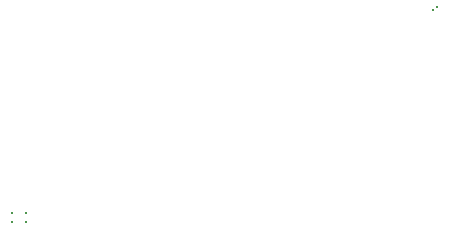
<source format=gbr>
%TF.GenerationSoftware,KiCad,Pcbnew,7.0.9*%
%TF.CreationDate,2023-12-12T21:37:16+00:00*%
%TF.ProjectId,watch_main,77617463-685f-46d6-9169-6e2e6b696361,rev?*%
%TF.SameCoordinates,Original*%
%TF.FileFunction,Copper,L6,Inr*%
%TF.FilePolarity,Positive*%
%FSLAX46Y46*%
G04 Gerber Fmt 4.6, Leading zero omitted, Abs format (unit mm)*
G04 Created by KiCad (PCBNEW 7.0.9) date 2023-12-12 21:37:16*
%MOMM*%
%LPD*%
G01*
G04 APERTURE LIST*
%TA.AperFunction,ViaPad*%
%ADD10C,0.250000*%
%TD*%
G04 APERTURE END LIST*
D10*
%TO.N,+1V2*%
X150800000Y-102800000D03*
%TO.N,/FPGA/CDONE*%
X152000000Y-102000000D03*
%TO.N,GND*%
X150800000Y-102000000D03*
X152000000Y-102800000D03*
%TO.N,/Power/PGD_1V2*%
X186436396Y-84855295D03*
%TO.N,/Button/BTN*%
X186750000Y-84550000D03*
%TD*%
M02*

</source>
